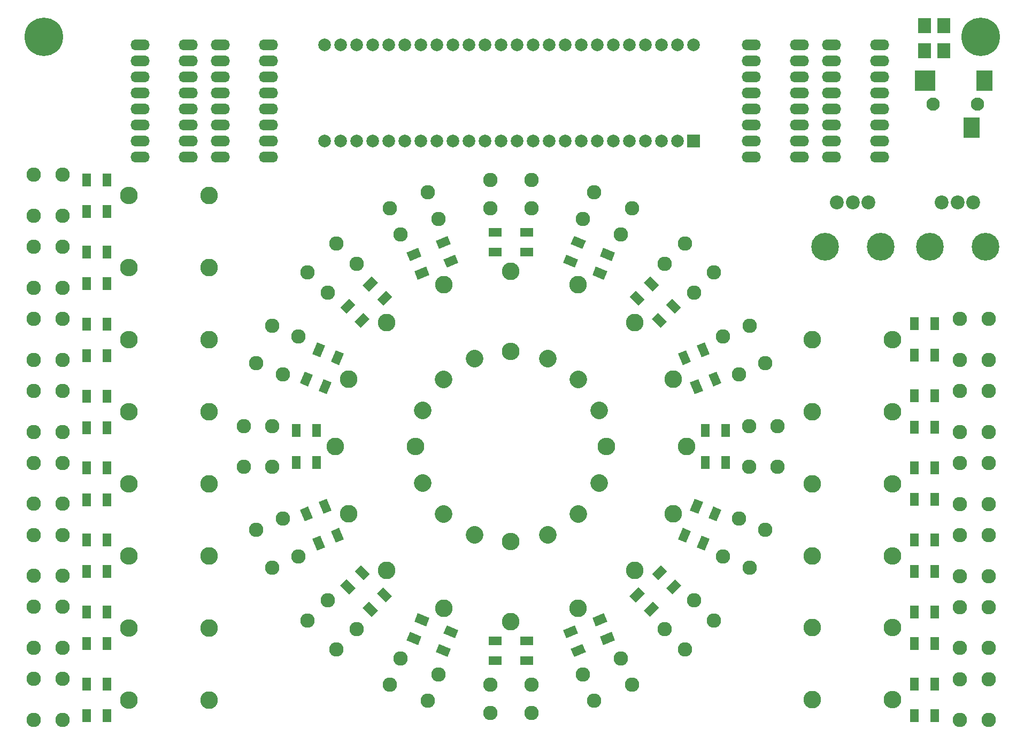
<source format=gts>
G04 #@! TF.FileFunction,Soldermask,Top*
%FSLAX46Y46*%
G04 Gerber Fmt 4.6, Leading zero omitted, Abs format (unit mm)*
G04 Created by KiCad (PCBNEW 4.0.6) date Saturday, 24. November 2018 'u26' 13:26:01*
%MOMM*%
%LPD*%
G01*
G04 APERTURE LIST*
%ADD10C,0.100000*%
%ADD11C,6.100000*%
%ADD12O,3.041600X1.720800*%
%ADD13C,2.000000*%
%ADD14R,2.000000X2.000000*%
%ADD15C,2.200000*%
%ADD16C,4.400000*%
%ADD17C,2.100000*%
%ADD18R,2.600000X3.200000*%
%ADD19R,3.200000X3.200000*%
%ADD20R,1.400000X2.000000*%
%ADD21R,2.000000X1.400000*%
%ADD22C,2.279600*%
%ADD23R,2.000000X2.400000*%
%ADD24C,2.800000*%
%ADD25O,2.800000X2.800000*%
%ADD26C,2.800000*%
G04 APERTURE END LIST*
D10*
D11*
X220167200Y-38912800D03*
D12*
X191511200Y-40182800D03*
X191511200Y-42722800D03*
X191511200Y-45262800D03*
X191511200Y-47802800D03*
X191511200Y-50342800D03*
X191511200Y-52882800D03*
X191511200Y-55422800D03*
X191511200Y-57962800D03*
X183891200Y-57962800D03*
X183891200Y-55422800D03*
X183891200Y-52882800D03*
X183891200Y-50342800D03*
X183891200Y-47802800D03*
X183891200Y-45262800D03*
X183891200Y-42722800D03*
X183891200Y-40182800D03*
D13*
X134061200Y-55422800D03*
X131521200Y-55422800D03*
X128981200Y-55422800D03*
X126441200Y-55422800D03*
X136601200Y-55422800D03*
X139141200Y-55422800D03*
X141681200Y-55422800D03*
X123901200Y-55422800D03*
X121361200Y-55422800D03*
X118821200Y-55422800D03*
X116281200Y-55422800D03*
X116281200Y-40182800D03*
X118821200Y-40182800D03*
X121361200Y-40182800D03*
X123901200Y-40182800D03*
X126441200Y-40182800D03*
X128981200Y-40182800D03*
X131521200Y-40182800D03*
X134061200Y-40182800D03*
X144221200Y-55422800D03*
X146761200Y-55422800D03*
X149301200Y-55422800D03*
X151841200Y-55422800D03*
X154381200Y-55422800D03*
X156921200Y-55422800D03*
X159461200Y-55422800D03*
X162001200Y-55422800D03*
X164541200Y-55422800D03*
X167081200Y-55422800D03*
X169621200Y-55422800D03*
X172161200Y-55422800D03*
D14*
X174701200Y-55422800D03*
D13*
X136601200Y-40182800D03*
X139141200Y-40182800D03*
X141681200Y-40182800D03*
X144221200Y-40182800D03*
X146761200Y-40182800D03*
X149301200Y-40182800D03*
X151841200Y-40182800D03*
X154381200Y-40182800D03*
X156921200Y-40182800D03*
X159461200Y-40182800D03*
X162001200Y-40182800D03*
X164541200Y-40182800D03*
X167081200Y-40182800D03*
X169621200Y-40182800D03*
X172161200Y-40182800D03*
X174701200Y-40182800D03*
D15*
X202429200Y-65186800D03*
X199929200Y-65186800D03*
X197429200Y-65186800D03*
D16*
X204329200Y-72186800D03*
X195529200Y-72186800D03*
D12*
X204211200Y-40182800D03*
X204211200Y-42722800D03*
X204211200Y-45262800D03*
X204211200Y-47802800D03*
X204211200Y-50342800D03*
X204211200Y-52882800D03*
X204211200Y-55422800D03*
X204211200Y-57962800D03*
X196591200Y-57962800D03*
X196591200Y-55422800D03*
X196591200Y-52882800D03*
X196591200Y-50342800D03*
X196591200Y-47802800D03*
X196591200Y-45262800D03*
X196591200Y-42722800D03*
X196591200Y-40182800D03*
X107391200Y-40182800D03*
X107391200Y-42722800D03*
X107391200Y-45262800D03*
X107391200Y-47802800D03*
X107391200Y-50342800D03*
X107391200Y-52882800D03*
X107391200Y-55422800D03*
X107391200Y-57962800D03*
X99771200Y-57962800D03*
X99771200Y-55422800D03*
X99771200Y-52882800D03*
X99771200Y-50342800D03*
X99771200Y-47802800D03*
X99771200Y-45262800D03*
X99771200Y-42722800D03*
X99771200Y-40182800D03*
D17*
X219659200Y-49580800D03*
D18*
X218759200Y-53280800D03*
X220759200Y-45880800D03*
D19*
X211359200Y-45880800D03*
D17*
X212659200Y-49580800D03*
D12*
X94691200Y-40182800D03*
X94691200Y-42722800D03*
X94691200Y-45262800D03*
X94691200Y-47802800D03*
X94691200Y-50342800D03*
X94691200Y-52882800D03*
X94691200Y-55422800D03*
X94691200Y-57962800D03*
X87071200Y-57962800D03*
X87071200Y-55422800D03*
X87071200Y-52882800D03*
X87071200Y-50342800D03*
X87071200Y-47802800D03*
X87071200Y-45262800D03*
X87071200Y-42722800D03*
X87071200Y-40182800D03*
D10*
G36*
X122334196Y-129448724D02*
X123324146Y-128458774D01*
X124738360Y-129872988D01*
X123748410Y-130862938D01*
X122334196Y-129448724D01*
X122334196Y-129448724D01*
G37*
G36*
X124596938Y-127185982D02*
X125586888Y-126196032D01*
X127001102Y-127610246D01*
X126011152Y-128600196D01*
X124596938Y-127185982D01*
X124596938Y-127185982D01*
G37*
G36*
X118798662Y-125913190D02*
X119788612Y-124923240D01*
X121202826Y-126337454D01*
X120212876Y-127327404D01*
X118798662Y-125913190D01*
X118798662Y-125913190D01*
G37*
G36*
X121061404Y-123650448D02*
X122051354Y-122660498D01*
X123465568Y-124074712D01*
X122475618Y-125064662D01*
X121061404Y-123650448D01*
X121061404Y-123650448D01*
G37*
D20*
X81864000Y-141549600D03*
X78664000Y-141549600D03*
X81864000Y-146549600D03*
X78664000Y-146549600D03*
X81864000Y-130129600D03*
X78664000Y-130129600D03*
X81864000Y-135129600D03*
X78664000Y-135129600D03*
X81864000Y-118709600D03*
X78664000Y-118709600D03*
X81864000Y-123709600D03*
X78664000Y-123709600D03*
X81864000Y-107289600D03*
X78664000Y-107289600D03*
X81864000Y-112289600D03*
X78664000Y-112289600D03*
X81864000Y-95869600D03*
X78664000Y-95869600D03*
X81864000Y-100869600D03*
X78664000Y-100869600D03*
X81864000Y-84449600D03*
X78664000Y-84449600D03*
X81864000Y-89449600D03*
X78664000Y-89449600D03*
X81864000Y-73029600D03*
X78664000Y-73029600D03*
X81864000Y-78029600D03*
X78664000Y-78029600D03*
X81864000Y-61609600D03*
X78664000Y-61609600D03*
X81864000Y-66609600D03*
X78664000Y-66609600D03*
X209728000Y-146518800D03*
X212928000Y-146518800D03*
X209728000Y-141518800D03*
X212928000Y-141518800D03*
X209728000Y-135098800D03*
X212928000Y-135098800D03*
X209728000Y-130098800D03*
X212928000Y-130098800D03*
X209728000Y-123678800D03*
X212928000Y-123678800D03*
X209728000Y-118678800D03*
X212928000Y-118678800D03*
X209728000Y-112258800D03*
X212928000Y-112258800D03*
X209728000Y-107258800D03*
X212928000Y-107258800D03*
X209728000Y-100838800D03*
X212928000Y-100838800D03*
X209728000Y-95838800D03*
X212928000Y-95838800D03*
X209728000Y-89418800D03*
X212928000Y-89418800D03*
X209728000Y-84418800D03*
X212928000Y-84418800D03*
D21*
X148296000Y-137845600D03*
X148296000Y-134645600D03*
X143296000Y-137845600D03*
X143296000Y-134645600D03*
D10*
G36*
X160453281Y-135331717D02*
X159917524Y-134038286D01*
X161765283Y-133272919D01*
X162301040Y-134566350D01*
X160453281Y-135331717D01*
X160453281Y-135331717D01*
G37*
G36*
X159228694Y-132375302D02*
X158692937Y-131081871D01*
X160540696Y-130316504D01*
X161076453Y-131609935D01*
X159228694Y-132375302D01*
X159228694Y-132375302D01*
G37*
G36*
X155833884Y-137245134D02*
X155298127Y-135951703D01*
X157145886Y-135186336D01*
X157681643Y-136479767D01*
X155833884Y-137245134D01*
X155833884Y-137245134D01*
G37*
G36*
X154609297Y-134288719D02*
X154073540Y-132995288D01*
X155921299Y-132229921D01*
X156457056Y-133523352D01*
X154609297Y-134288719D01*
X154609297Y-134288719D01*
G37*
G36*
X171379124Y-127327404D02*
X170389174Y-126337454D01*
X171803388Y-124923240D01*
X172793338Y-125913190D01*
X171379124Y-127327404D01*
X171379124Y-127327404D01*
G37*
G36*
X169116382Y-125064662D02*
X168126432Y-124074712D01*
X169540646Y-122660498D01*
X170530596Y-123650448D01*
X169116382Y-125064662D01*
X169116382Y-125064662D01*
G37*
G36*
X167843590Y-130862938D02*
X166853640Y-129872988D01*
X168267854Y-128458774D01*
X169257804Y-129448724D01*
X167843590Y-130862938D01*
X167843590Y-130862938D01*
G37*
G36*
X165580848Y-128600196D02*
X164590898Y-127610246D01*
X166005112Y-126196032D01*
X166995062Y-127185982D01*
X165580848Y-128600196D01*
X165580848Y-128600196D01*
G37*
G36*
X178410167Y-115751243D02*
X177116736Y-115215486D01*
X177882103Y-113367727D01*
X179175534Y-113903484D01*
X178410167Y-115751243D01*
X178410167Y-115751243D01*
G37*
G36*
X175453752Y-114526656D02*
X174160321Y-113990899D01*
X174925688Y-112143140D01*
X176219119Y-112678897D01*
X175453752Y-114526656D01*
X175453752Y-114526656D01*
G37*
G36*
X176496750Y-120370640D02*
X175203319Y-119834883D01*
X175968686Y-117987124D01*
X177262117Y-118522881D01*
X176496750Y-120370640D01*
X176496750Y-120370640D01*
G37*
G36*
X173540335Y-119146053D02*
X172246904Y-118610296D01*
X173012271Y-116762537D01*
X174305702Y-117298294D01*
X173540335Y-119146053D01*
X173540335Y-119146053D01*
G37*
D20*
X179776000Y-101365600D03*
X176576000Y-101365600D03*
X179776000Y-106365600D03*
X176576000Y-106365600D03*
D10*
G36*
X177262117Y-89208319D02*
X175968686Y-89744076D01*
X175203319Y-87896317D01*
X176496750Y-87360560D01*
X177262117Y-89208319D01*
X177262117Y-89208319D01*
G37*
G36*
X174305702Y-90432906D02*
X173012271Y-90968663D01*
X172246904Y-89120904D01*
X173540335Y-88585147D01*
X174305702Y-90432906D01*
X174305702Y-90432906D01*
G37*
G36*
X179175534Y-93827716D02*
X177882103Y-94363473D01*
X177116736Y-92515714D01*
X178410167Y-91979957D01*
X179175534Y-93827716D01*
X179175534Y-93827716D01*
G37*
G36*
X176219119Y-95052303D02*
X174925688Y-95588060D01*
X174160321Y-93740301D01*
X175453752Y-93204544D01*
X176219119Y-95052303D01*
X176219119Y-95052303D01*
G37*
G36*
X169257804Y-78282476D02*
X168267854Y-79272426D01*
X166853640Y-77858212D01*
X167843590Y-76868262D01*
X169257804Y-78282476D01*
X169257804Y-78282476D01*
G37*
G36*
X166995062Y-80545218D02*
X166005112Y-81535168D01*
X164590898Y-80120954D01*
X165580848Y-79131004D01*
X166995062Y-80545218D01*
X166995062Y-80545218D01*
G37*
G36*
X172793338Y-81818010D02*
X171803388Y-82807960D01*
X170389174Y-81393746D01*
X171379124Y-80403796D01*
X172793338Y-81818010D01*
X172793338Y-81818010D01*
G37*
G36*
X170530596Y-84080752D02*
X169540646Y-85070702D01*
X168126432Y-83656488D01*
X169116382Y-82666538D01*
X170530596Y-84080752D01*
X170530596Y-84080752D01*
G37*
G36*
X157681643Y-71251433D02*
X157145886Y-72544864D01*
X155298127Y-71779497D01*
X155833884Y-70486066D01*
X157681643Y-71251433D01*
X157681643Y-71251433D01*
G37*
G36*
X156457056Y-74207848D02*
X155921299Y-75501279D01*
X154073540Y-74735912D01*
X154609297Y-73442481D01*
X156457056Y-74207848D01*
X156457056Y-74207848D01*
G37*
G36*
X162301040Y-73164850D02*
X161765283Y-74458281D01*
X159917524Y-73692914D01*
X160453281Y-72399483D01*
X162301040Y-73164850D01*
X162301040Y-73164850D01*
G37*
G36*
X161076453Y-76121265D02*
X160540696Y-77414696D01*
X158692937Y-76649329D01*
X159228694Y-75355898D01*
X161076453Y-76121265D01*
X161076453Y-76121265D01*
G37*
D21*
X143296000Y-69885600D03*
X143296000Y-73085600D03*
X148296000Y-69885600D03*
X148296000Y-73085600D03*
D10*
G36*
X131138719Y-72399483D02*
X131674476Y-73692914D01*
X129826717Y-74458281D01*
X129290960Y-73164850D01*
X131138719Y-72399483D01*
X131138719Y-72399483D01*
G37*
G36*
X132363306Y-75355898D02*
X132899063Y-76649329D01*
X131051304Y-77414696D01*
X130515547Y-76121265D01*
X132363306Y-75355898D01*
X132363306Y-75355898D01*
G37*
G36*
X135758116Y-70486066D02*
X136293873Y-71779497D01*
X134446114Y-72544864D01*
X133910357Y-71251433D01*
X135758116Y-70486066D01*
X135758116Y-70486066D01*
G37*
G36*
X136982703Y-73442481D02*
X137518460Y-74735912D01*
X135670701Y-75501279D01*
X135134944Y-74207848D01*
X136982703Y-73442481D01*
X136982703Y-73442481D01*
G37*
G36*
X120212876Y-80403796D02*
X121202826Y-81393746D01*
X119788612Y-82807960D01*
X118798662Y-81818010D01*
X120212876Y-80403796D01*
X120212876Y-80403796D01*
G37*
G36*
X122475618Y-82666538D02*
X123465568Y-83656488D01*
X122051354Y-85070702D01*
X121061404Y-84080752D01*
X122475618Y-82666538D01*
X122475618Y-82666538D01*
G37*
G36*
X123748410Y-76868262D02*
X124738360Y-77858212D01*
X123324146Y-79272426D01*
X122334196Y-78282476D01*
X123748410Y-76868262D01*
X123748410Y-76868262D01*
G37*
G36*
X126011152Y-79131004D02*
X127001102Y-80120954D01*
X125586888Y-81535168D01*
X124596938Y-80545218D01*
X126011152Y-79131004D01*
X126011152Y-79131004D01*
G37*
G36*
X113181833Y-91979957D02*
X114475264Y-92515714D01*
X113709897Y-94363473D01*
X112416466Y-93827716D01*
X113181833Y-91979957D01*
X113181833Y-91979957D01*
G37*
G36*
X116138248Y-93204544D02*
X117431679Y-93740301D01*
X116666312Y-95588060D01*
X115372881Y-95052303D01*
X116138248Y-93204544D01*
X116138248Y-93204544D01*
G37*
G36*
X115095250Y-87360560D02*
X116388681Y-87896317D01*
X115623314Y-89744076D01*
X114329883Y-89208319D01*
X115095250Y-87360560D01*
X115095250Y-87360560D01*
G37*
G36*
X118051665Y-88585147D02*
X119345096Y-89120904D01*
X118579729Y-90968663D01*
X117286298Y-90432906D01*
X118051665Y-88585147D01*
X118051665Y-88585147D01*
G37*
D20*
X111816000Y-106365600D03*
X115016000Y-106365600D03*
X111816000Y-101365600D03*
X115016000Y-101365600D03*
D10*
G36*
X114329883Y-118522881D02*
X115623314Y-117987124D01*
X116388681Y-119834883D01*
X115095250Y-120370640D01*
X114329883Y-118522881D01*
X114329883Y-118522881D01*
G37*
G36*
X117286298Y-117298294D02*
X118579729Y-116762537D01*
X119345096Y-118610296D01*
X118051665Y-119146053D01*
X117286298Y-117298294D01*
X117286298Y-117298294D01*
G37*
G36*
X112416466Y-113903484D02*
X113709897Y-113367727D01*
X114475264Y-115215486D01*
X113181833Y-115751243D01*
X112416466Y-113903484D01*
X112416466Y-113903484D01*
G37*
G36*
X115372881Y-112678897D02*
X116666312Y-112143140D01*
X117431679Y-113990899D01*
X116138248Y-114526656D01*
X115372881Y-112678897D01*
X115372881Y-112678897D01*
G37*
G36*
X133910357Y-136479767D02*
X134446114Y-135186336D01*
X136293873Y-135951703D01*
X135758116Y-137245134D01*
X133910357Y-136479767D01*
X133910357Y-136479767D01*
G37*
G36*
X135134944Y-133523352D02*
X135670701Y-132229921D01*
X137518460Y-132995288D01*
X136982703Y-134288719D01*
X135134944Y-133523352D01*
X135134944Y-133523352D01*
G37*
G36*
X129290960Y-134566350D02*
X129826717Y-133272919D01*
X131674476Y-134038286D01*
X131138719Y-135331717D01*
X129290960Y-134566350D01*
X129290960Y-134566350D01*
G37*
G36*
X130515547Y-131609935D02*
X131051304Y-130316504D01*
X132899063Y-131081871D01*
X132363306Y-132375302D01*
X130515547Y-131609935D01*
X130515547Y-131609935D01*
G37*
D22*
X142544800Y-141605000D03*
X149047200Y-141605000D03*
X142544800Y-146126200D03*
X149047200Y-146126200D03*
X157234526Y-139976439D03*
X163241960Y-137488079D03*
X158964714Y-144153483D03*
X164972148Y-141665123D03*
X170182840Y-132850331D03*
X174780731Y-128252440D03*
X173379811Y-136047302D03*
X177977702Y-131449411D03*
X179418479Y-121311560D03*
X181906839Y-115304126D03*
X183595523Y-123041748D03*
X186083883Y-117034314D03*
X183535400Y-107116800D03*
X183535400Y-100614400D03*
X188056600Y-107116800D03*
X188056600Y-100614400D03*
X181906839Y-92427074D03*
X179418479Y-86419640D03*
X186083883Y-90696886D03*
X183595523Y-84689452D03*
X174780731Y-79478760D03*
X170182840Y-74880869D03*
X177977702Y-76281789D03*
X173379811Y-71683898D03*
X163241960Y-70243121D03*
X157234526Y-67754761D03*
X164972148Y-66066077D03*
X158964714Y-63577717D03*
X149047200Y-66126200D03*
X142544800Y-66126200D03*
X149047200Y-61605000D03*
X142544800Y-61605000D03*
X134357474Y-67754761D03*
X128350040Y-70243121D03*
X132627286Y-63577717D03*
X126619852Y-66066077D03*
X121409160Y-74880869D03*
X116811269Y-79478760D03*
X118212189Y-71683898D03*
X113614298Y-76281789D03*
X112173521Y-86419640D03*
X109685161Y-92427074D03*
X107996477Y-84689452D03*
X105508117Y-90696886D03*
X108056600Y-100614400D03*
X108056600Y-107116800D03*
X103535400Y-100614400D03*
X103535400Y-107116800D03*
X109685161Y-115304126D03*
X112173521Y-121311560D03*
X105508117Y-117034314D03*
X107996477Y-123041748D03*
X116811269Y-128252440D03*
X121409160Y-132850331D03*
X113614298Y-131449411D03*
X118212189Y-136047302D03*
X128350040Y-137488079D03*
X134357474Y-139976439D03*
X126619852Y-141665123D03*
X132627286Y-144153483D03*
X74808080Y-60777120D03*
X74808080Y-67279520D03*
X70286880Y-60777120D03*
X70286880Y-67279520D03*
X74808080Y-72197120D03*
X74808080Y-78699520D03*
X70286880Y-72197120D03*
X70286880Y-78699520D03*
X74808080Y-83617120D03*
X74808080Y-90119520D03*
X70286880Y-83617120D03*
X70286880Y-90119520D03*
X74808080Y-95037120D03*
X74808080Y-101539520D03*
X70286880Y-95037120D03*
X70286880Y-101539520D03*
X74808080Y-106457120D03*
X74808080Y-112959520D03*
X70286880Y-106457120D03*
X70286880Y-112959520D03*
X74808080Y-117877120D03*
X74808080Y-124379520D03*
X70286880Y-117877120D03*
X70286880Y-124379520D03*
X74808080Y-129297120D03*
X74808080Y-135799520D03*
X70286880Y-129297120D03*
X70286880Y-135799520D03*
X74808080Y-140717120D03*
X74808080Y-147219520D03*
X70286880Y-140717120D03*
X70286880Y-147219520D03*
X216910920Y-90139520D03*
X216910920Y-83637120D03*
X221432120Y-90139520D03*
X221432120Y-83637120D03*
X216910920Y-101559520D03*
X216910920Y-95057120D03*
X221432120Y-101559520D03*
X221432120Y-95057120D03*
X216910920Y-112979520D03*
X216910920Y-106477120D03*
X221432120Y-112979520D03*
X221432120Y-106477120D03*
X216910920Y-124399520D03*
X216910920Y-117897120D03*
X221432120Y-124399520D03*
X221432120Y-117897120D03*
X216910920Y-135819520D03*
X216910920Y-129317120D03*
X221432120Y-135819520D03*
X221432120Y-129317120D03*
X216910920Y-147239520D03*
X216910920Y-140737120D03*
X221432120Y-147239520D03*
X221432120Y-140737120D03*
D23*
X214325200Y-37166800D03*
X214325200Y-41166800D03*
X211277200Y-37166800D03*
X211277200Y-41166800D03*
D24*
X145796000Y-76057600D03*
D25*
X145796000Y-88757600D03*
D24*
X156437661Y-78174358D03*
D26*
X151577581Y-89907628D02*
X151577581Y-89907628D01*
D24*
X165459225Y-84202375D03*
D26*
X156478969Y-93182631D02*
X156478969Y-93182631D01*
D24*
X171487242Y-93223939D03*
D26*
X159753972Y-98084019D02*
X159753972Y-98084019D01*
D24*
X173604000Y-103865600D03*
D25*
X160904000Y-103865600D03*
D24*
X171487242Y-114507261D03*
D26*
X159753972Y-109647181D02*
X159753972Y-109647181D01*
D24*
X165459225Y-123528825D03*
D26*
X156478969Y-114548569D02*
X156478969Y-114548569D01*
D24*
X156437661Y-129556842D03*
D26*
X151577581Y-117823572D02*
X151577581Y-117823572D01*
D24*
X145796000Y-131673600D03*
D25*
X145796000Y-118973600D03*
D24*
X135154339Y-129556842D03*
D26*
X140014419Y-117823572D02*
X140014419Y-117823572D01*
D24*
X126132775Y-123528825D03*
D26*
X135113031Y-114548569D02*
X135113031Y-114548569D01*
D24*
X120104758Y-114507261D03*
D26*
X131838028Y-109647181D02*
X131838028Y-109647181D01*
D24*
X117988000Y-103865600D03*
D25*
X130688000Y-103865600D03*
D24*
X120104758Y-93223939D03*
D26*
X131838028Y-98084019D02*
X131838028Y-98084019D01*
D24*
X126132775Y-84202375D03*
D26*
X135113031Y-93182631D02*
X135113031Y-93182631D01*
D24*
X135154339Y-78174358D03*
D26*
X140014419Y-89907628D02*
X140014419Y-89907628D01*
D24*
X98044000Y-64109600D03*
D25*
X85344000Y-64109600D03*
D24*
X98044000Y-75529600D03*
D25*
X85344000Y-75529600D03*
D24*
X98044000Y-86949600D03*
D25*
X85344000Y-86949600D03*
D24*
X98044000Y-98369600D03*
D25*
X85344000Y-98369600D03*
D24*
X98044000Y-109789600D03*
D25*
X85344000Y-109789600D03*
D24*
X98044000Y-121209600D03*
D25*
X85344000Y-121209600D03*
D24*
X98044000Y-132629600D03*
D25*
X85344000Y-132629600D03*
D24*
X98044000Y-144049600D03*
D25*
X85344000Y-144049600D03*
D24*
X193548000Y-144018800D03*
D25*
X206248000Y-144018800D03*
D24*
X193548000Y-132598800D03*
D25*
X206248000Y-132598800D03*
D24*
X193548000Y-121178800D03*
D25*
X206248000Y-121178800D03*
D24*
X193548000Y-109758800D03*
D25*
X206248000Y-109758800D03*
D24*
X193548000Y-98338800D03*
D25*
X206248000Y-98338800D03*
D24*
X193548000Y-86918800D03*
D25*
X206248000Y-86918800D03*
D15*
X219029200Y-65186800D03*
X216529200Y-65186800D03*
X214029200Y-65186800D03*
D16*
X220929200Y-72186800D03*
X212129200Y-72186800D03*
D11*
X71831200Y-38912800D03*
M02*

</source>
